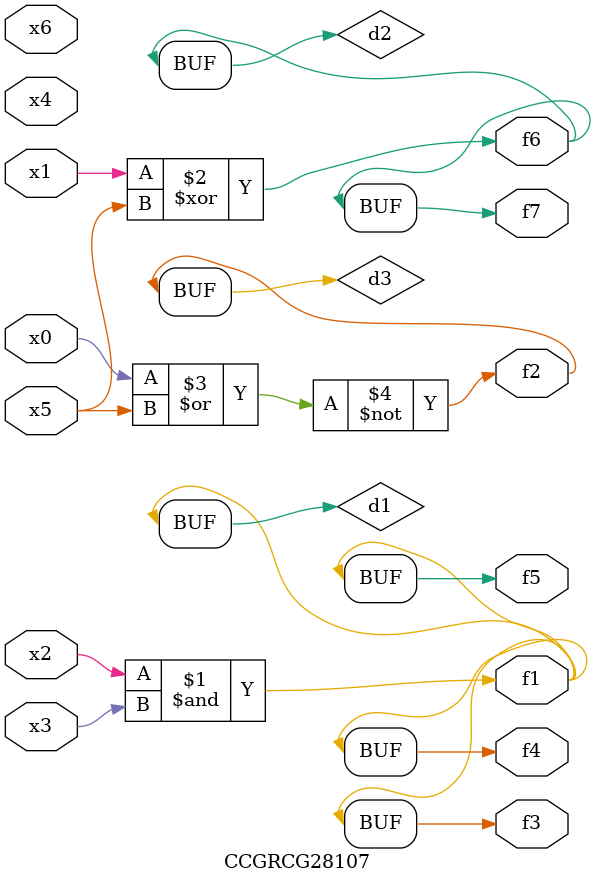
<source format=v>
module CCGRCG28107(
	input x0, x1, x2, x3, x4, x5, x6,
	output f1, f2, f3, f4, f5, f6, f7
);

	wire d1, d2, d3;

	and (d1, x2, x3);
	xor (d2, x1, x5);
	nor (d3, x0, x5);
	assign f1 = d1;
	assign f2 = d3;
	assign f3 = d1;
	assign f4 = d1;
	assign f5 = d1;
	assign f6 = d2;
	assign f7 = d2;
endmodule

</source>
